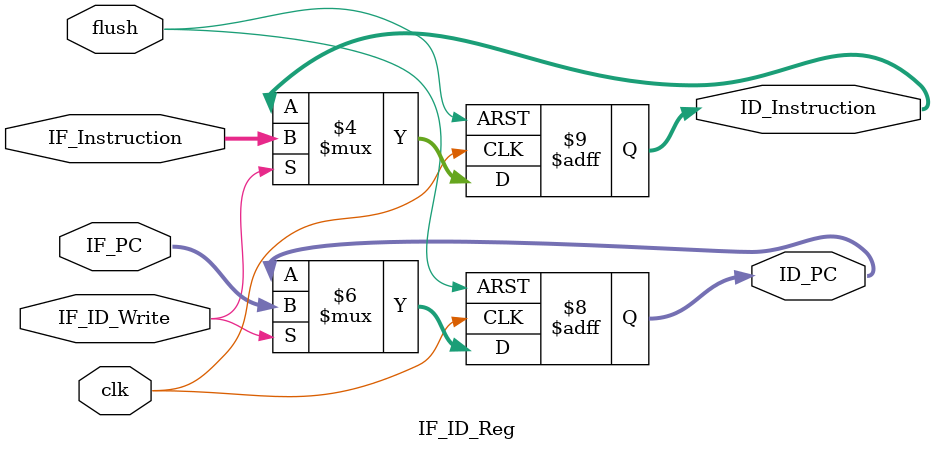
<source format=v>
module IF_ID_Reg (
    input wire clk,
    input wire [63:0] IF_PC,
    input wire [31:0] IF_Instruction,
    input IF_ID_Write,
    input flush,
    output reg [63:0] ID_PC,          
    output reg [31:0] ID_Instruction  
);
    initial begin
        ID_PC=0;
        ID_Instruction=0;
    end
    // assign outputs to internal regs
    always @(posedge clk, posedge flush) begin
        if (flush) begin
            ID_PC<=0;
            ID_Instruction<=0;
        end
        else if(IF_ID_Write == 1'b1)
        begin
            ID_PC<= IF_PC;
            ID_Instruction <= IF_Instruction; 
        end
    end
endmodule
</source>
